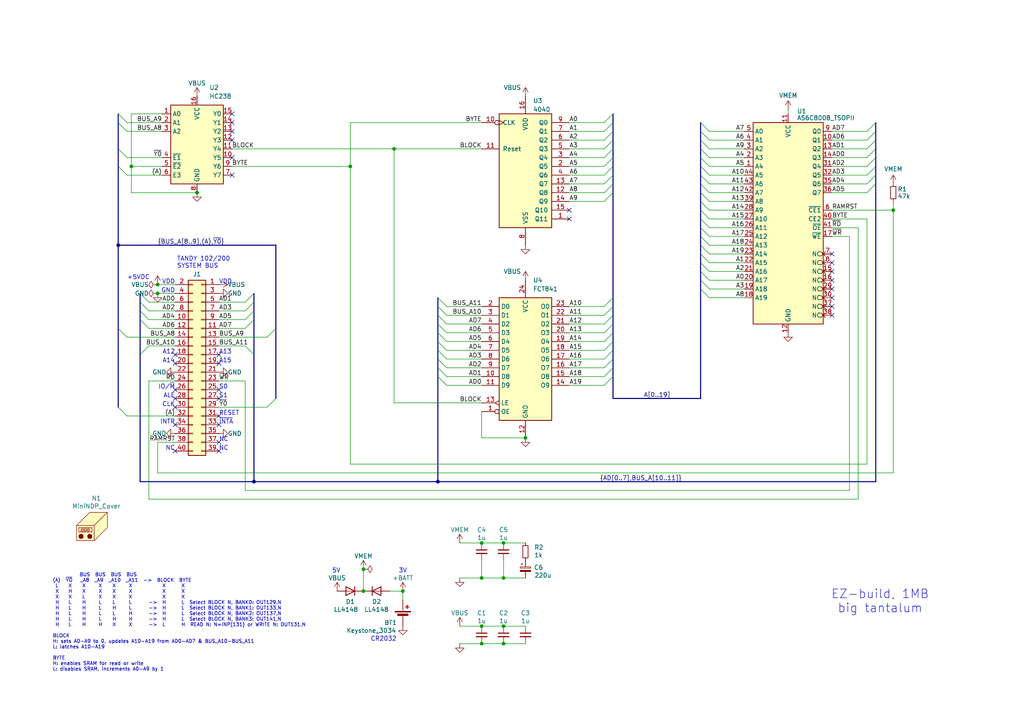
<source format=kicad_sch>
(kicad_sch (version 20231120) (generator "eeschema") (generator_version "8.0")
  (paper "A4")
  (title_block (title "MiniNDP") (date "2024-12-23") (rev "EZ1M_03") (company "Brian K. White - b.kenyon.w@gmail.com") (comment 1 "github.com/bkw777/NODE_DATAPAC") (comment 2 "Use with RAM100.CO or RAM200.CO") (comment 3 "Work-alike of NODE Systems DATAPAC / RAMPAC"))
  (lib_symbols
    (symbol "000_LOCAL:4040" (pin_names (offset 1.016))
      (property "Reference" "U" (at -7.62 16.51 0))
      (property "Value" "4040" (at -7.62 -19.05 0))
      (symbol "4040_1_0"
        (pin output line (at 12.7 -15.24 180) (length 5.08) (name "Q11") (number "1"))
        (pin input inverted_clock (at -12.7 12.7 0) (length 5.08) (name "CLK") (number "10"))
        (pin input line (at -12.7 5.08 0) (length 5.08) (name "Reset") (number "11"))
        (pin output line (at 12.7 -7.62 180) (length 5.08) (name "Q8") (number "12"))
        (pin output line (at 12.7 -5.08 180) (length 5.08) (name "Q7") (number "13"))
        (pin output line (at 12.7 -10.16 180) (length 5.08) (name "Q9") (number "14"))
        (pin output line (at 12.7 -12.7 180) (length 5.08) (name "Q10") (number "15"))
        (pin power_in line (at 0 20.32 270) (length 5.08) (name "VDD") (number "16"))
        (pin output line (at 12.7 0 180) (length 5.08) (name "Q5") (number "2"))
        (pin output line (at 12.7 2.54 180) (length 5.08) (name "Q4") (number "3"))
        (pin output line (at 12.7 -2.54 180) (length 5.08) (name "Q6") (number "4"))
        (pin output line (at 12.7 5.08 180) (length 5.08) (name "Q3") (number "5"))
        (pin output line (at 12.7 7.62 180) (length 5.08) (name "Q2") (number "6"))
        (pin output line (at 12.7 10.16 180) (length 5.08) (name "Q1") (number "7"))
        (pin power_in line (at 0 -22.86 90) (length 5.08) (name "VSS") (number "8"))
        (pin output line (at 12.7 12.7 180) (length 5.08) (name "Q0") (number "9"))
      )
    )
    (symbol "000_LOCAL:AS6C8008_TSOPII"
      (property "Reference" "U" (at -10.16 23.495 0))
      (property "Value" "AS6C8008_TSOPII" (at 2.54 23.495 0))
      (symbol "AS6C8008_TSOPII_1_0"
        (pin power_in line (at 0 25.4 270) (length 2.54) (name "VCC") (number "11"))
        (pin power_in line (at 0 -38.1 90) (length 2.54) (name "GND") (number "12"))
        (pin passive line (at 0 25.4 270) (length 2.54) hide (name "VCC") (number "33"))
        (pin passive line (at 0 -38.1 90) (length 2.54) hide (name "GND") (number "34"))
      )
      (symbol "AS6C8008_TSOPII_1_1"
        (pin input line (at -12.7 10.16 0) (length 2.54) (name "A4") (number "1"))
        (pin tri_state line (at 12.7 17.78 180) (length 2.54) (name "Q1") (number "10"))
        (pin tri_state line (at 12.7 15.24 180) (length 2.54) (name "Q2") (number "13"))
        (pin tri_state line (at 12.7 12.7 180) (length 2.54) (name "Q3") (number "14"))
        (pin passive non_logic (at 12.7 -20.32 180) (length 2.54) (name "NC") (number "15"))
        (pin passive non_logic (at 12.7 -22.86 180) (length 2.54) (name "NC") (number "16"))
        (pin input line (at 12.7 -10.16 180) (length 2.54) (name "~{WE}") (number "17"))
        (pin input line (at -12.7 -27.94 0) (length 2.54) (name "A19") (number "18"))
        (pin input line (at -12.7 -25.4 0) (length 2.54) (name "A18") (number "19"))
        (pin input line (at -12.7 12.7 0) (length 2.54) (name "A3") (number "2"))
        (pin input line (at -12.7 -22.86 0) (length 2.54) (name "A17") (number "20"))
        (pin input line (at -12.7 -20.32 0) (length 2.54) (name "A16") (number "21"))
        (pin input line (at -12.7 -17.78 0) (length 2.54) (name "A15") (number "22"))
        (pin input line (at -12.7 -15.24 0) (length 2.54) (name "A14") (number "23"))
        (pin input line (at -12.7 -12.7 0) (length 2.54) (name "A13") (number "24"))
        (pin input line (at -12.7 -10.16 0) (length 2.54) (name "A12") (number "25"))
        (pin input line (at -12.7 -7.62 0) (length 2.54) (name "A11") (number "26"))
        (pin input line (at -12.7 -5.08 0) (length 2.54) (name "A10") (number "27"))
        (pin input line (at -12.7 -2.54 0) (length 2.54) (name "A9") (number "28"))
        (pin passive non_logic (at 12.7 -25.4 180) (length 2.54) (name "NC") (number "29"))
        (pin input line (at -12.7 15.24 0) (length 2.54) (name "A2") (number "3"))
        (pin passive non_logic (at 12.7 -27.94 180) (length 2.54) (name "NC") (number "30"))
        (pin tri_state line (at 12.7 10.16 180) (length 2.54) (name "Q4") (number "31"))
        (pin tri_state line (at 12.7 7.62 180) (length 2.54) (name "Q5") (number "32"))
        (pin tri_state line (at 12.7 5.08 180) (length 2.54) (name "Q6") (number "35"))
        (pin tri_state line (at 12.7 2.54 180) (length 2.54) (name "Q7") (number "36"))
        (pin passive non_logic (at 12.7 -30.48 180) (length 2.54) (name "NC") (number "37"))
        (pin passive non_logic (at 12.7 -33.02 180) (length 2.54) (name "NC") (number "38"))
        (pin input line (at -12.7 0 0) (length 2.54) (name "A8") (number "39"))
        (pin input line (at -12.7 17.78 0) (length 2.54) (name "A1") (number "4"))
        (pin input line (at 12.7 -5.08 180) (length 2.54) (name "CE2") (number "40"))
        (pin input line (at 12.7 -7.62 180) (length 2.54) (name "~{OE}") (number "41"))
        (pin input line (at -12.7 2.54 0) (length 2.54) (name "A7") (number "42"))
        (pin input line (at -12.7 5.08 0) (length 2.54) (name "A6") (number "43"))
        (pin input line (at -12.7 7.62 0) (length 2.54) (name "A5") (number "44"))
        (pin input line (at -12.7 20.32 0) (length 2.54) (name "A0") (number "5"))
        (pin input line (at 12.7 -2.54 180) (length 2.54) (name "~{CE1}") (number "6"))
        (pin passive non_logic (at 12.7 -15.24 180) (length 2.54) (name "NC") (number "7"))
        (pin passive non_logic (at 12.7 -17.78 180) (length 2.54) (name "NC") (number "8"))
        (pin tri_state line (at 12.7 20.32 180) (length 2.54) (name "Q0") (number "9"))
      )
    )
    (symbol "000_LOCAL:Battery_Cell" (pin_numbers hide) (pin_names (offset 0) hide)
      (property "Reference" "BT" (at 2.54 2.54 0))
      (property "Value" "Battery_Cell" (at 2.54 0 0))
      (symbol "Battery_Cell_1_1"
        (pin passive line (at 0 5.08 270) (length 2.54) (name "+") (number "1"))
        (pin passive line (at 0 -2.54 90) (length 2.54) (name "-") (number "2"))
      )
    )
    (symbol "000_LOCAL:C" (pin_numbers hide) (pin_names (offset 0.254) hide)
      (property "Reference" "C" (at 0.254 1.778 0))
      (property "Value" "C" (at 0.254 -2.032 0))
      (symbol "C_1_1"
        (pin passive line (at 0 2.54 270) (length 2.032) (name "~") (number "1"))
        (pin passive line (at 0 -2.54 90) (length 2.032) (name "~") (number "2"))
      )
    )
    (symbol "000_LOCAL:C_Polarized" (pin_numbers hide) (pin_names (offset 0.254) hide)
      (property "Reference" "C" (at 0.254 1.778 0))
      (property "Value" "C_Polarized_Small" (at 0.254 -2.032 0))
      (symbol "C_Polarized_1_1"
        (pin passive line (at 0 2.54 270) (length 1.8542) (name "~") (number "1"))
        (pin passive line (at 0 -2.54 90) (length 1.8542) (name "~") (number "2"))
      )
    )
    (symbol "000_LOCAL:Conn_02x20_Odd_Even" (pin_names (offset 1.016) hide)
      (property "Reference" "J" (at 1.27 25.4 0))
      (property "Value" "Conn_02x20_Odd_Even" (at 1.27 -27.94 0))
      (symbol "Conn_02x20_Odd_Even_1_1"
        (pin passive line (at -5.08 22.86 0) (length 3.81) (name "Pin_1") (number "1"))
        (pin passive line (at 7.62 12.7 180) (length 3.81) (name "Pin_10") (number "10"))
        (pin passive line (at -5.08 10.16 0) (length 3.81) (name "Pin_11") (number "11"))
        (pin passive line (at 7.62 10.16 180) (length 3.81) (name "Pin_12") (number "12"))
        (pin passive line (at -5.08 7.62 0) (length 3.81) (name "Pin_13") (number "13"))
        (pin passive line (at 7.62 7.62 180) (length 3.81) (name "Pin_14") (number "14"))
        (pin passive line (at -5.08 5.08 0) (length 3.81) (name "Pin_15") (number "15"))
        (pin passive line (at 7.62 5.08 180) (length 3.81) (name "Pin_16") (number "16"))
        (pin passive line (at -5.08 2.54 0) (length 3.81) (name "Pin_17") (number "17"))
        (pin passive line (at 7.62 2.54 180) (length 3.81) (name "Pin_18") (number "18"))
        (pin passive line (at -5.08 0 0) (length 3.81) (name "Pin_19") (number "19"))
        (pin passive line (at 7.62 22.86 180) (length 3.81) (name "Pin_2") (number "2"))
        (pin passive line (at 7.62 0 180) (length 3.81) (name "Pin_20") (number "20"))
        (pin passive line (at -5.08 -2.54 0) (length 3.81) (name "Pin_21") (number "21"))
        (pin passive line (at 7.62 -2.54 180) (length 3.81) (name "Pin_22") (number "22"))
        (pin passive line (at -5.08 -5.08 0) (length 3.81) (name "Pin_23") (number "23"))
        (pin passive line (at 7.62 -5.08 180) (length 3.81) (name "Pin_24") (number "24"))
        (pin passive line (at -5.08 -7.62 0) (length 3.81) (name "Pin_25") (number "25"))
        (pin passive line (at 7.62 -7.62 180) (length 3.81) (name "Pin_26") (number "26"))
        (pin passive line (at -5.08 -10.16 0) (length 3.81) (name "Pin_27") (number "27"))
        (pin passive line (at 7.62 -10.16 180) (length 3.81) (name "Pin_28") (number "28"))
        (pin passive line (at -5.08 -12.7 0) (length 3.81) (name "Pin_29") (number "29"))
        (pin passive line (at -5.08 20.32 0) (length 3.81) (name "Pin_3") (number "3"))
        (pin passive line (at 7.62 -12.7 180) (length 3.81) (name "Pin_30") (number "30"))
        (pin passive line (at -5.08 -15.24 0) (length 3.81) (name "Pin_31") (number "31"))
        (pin passive line (at 7.62 -15.24 180) (length 3.81) (name "Pin_32") (number "32"))
        (pin passive line (at -5.08 -17.78 0) (length 3.81) (name "Pin_33") (number "33"))
        (pin passive line (at 7.62 -17.78 180) (length 3.81) (name "Pin_34") (number "34"))
        (pin passive line (at -5.08 -20.32 0) (length 3.81) (name "Pin_35") (number "35"))
        (pin passive line (at 7.62 -20.32 180) (length 3.81) (name "Pin_36") (number "36"))
        (pin passive line (at -5.08 -22.86 0) (length 3.81) (name "Pin_37") (number "37"))
        (pin passive line (at 7.62 -22.86 180) (length 3.81) (name "Pin_38") (number "38"))
        (pin passive line (at -5.08 -25.4 0) (length 3.81) (name "Pin_39") (number "39"))
        (pin passive line (at 7.62 20.32 180) (length 3.81) (name "Pin_4") (number "4"))
        (pin passive line (at 7.62 -25.4 180) (length 3.81) (name "Pin_40") (number "40"))
        (pin passive line (at -5.08 17.78 0) (length 3.81) (name "Pin_5") (number "5"))
        (pin passive line (at 7.62 17.78 180) (length 3.81) (name "Pin_6") (number "6"))
        (pin passive line (at -5.08 15.24 0) (length 3.81) (name "Pin_7") (number "7"))
        (pin passive line (at 7.62 15.24 180) (length 3.81) (name "Pin_8") (number "8"))
        (pin passive line (at -5.08 12.7 0) (length 3.81) (name "Pin_9") (number "9"))
      )
    )
    (symbol "000_LOCAL:FCT841"
      (property "Reference" "U" (at -6.604 17.526 0))
      (property "Value" "FCT841" (at 5.334 17.526 0))
      (symbol "FCT841_1_0"
        (pin input inverted (at -12.7 -17.78 0) (length 5.08) (name "OE") (number "1"))
        (pin input line (at -12.7 -7.62 0) (length 5.08) (name "D8") (number "10"))
        (pin input line (at -12.7 -10.16 0) (length 5.08) (name "D9") (number "11"))
        (pin power_in line (at 0 -25.4 90) (length 5.08) (name "GND") (number "12"))
        (pin input edge_clock_high (at -12.7 -15.24 0) (length 5.08) (name "LE") (number "13"))
        (pin tri_state line (at 12.7 -10.16 180) (length 5.08) (name "O9") (number "14"))
        (pin tri_state line (at 12.7 -7.62 180) (length 5.08) (name "O8") (number "15"))
        (pin tri_state line (at 12.7 -5.08 180) (length 5.08) (name "O7") (number "16"))
        (pin tri_state line (at 12.7 -2.54 180) (length 5.08) (name "O6") (number "17"))
        (pin tri_state line (at 12.7 0 180) (length 5.08) (name "O5") (number "18"))
        (pin tri_state line (at 12.7 2.54 180) (length 5.08) (name "O4") (number "19"))
        (pin input line (at -12.7 12.7 0) (length 5.08) (name "D0") (number "2"))
        (pin tri_state line (at 12.7 5.08 180) (length 5.08) (name "O3") (number "20"))
        (pin tri_state line (at 12.7 7.62 180) (length 5.08) (name "O2") (number "21"))
        (pin tri_state line (at 12.7 10.16 180) (length 5.08) (name "O1") (number "22"))
        (pin tri_state line (at 12.7 12.7 180) (length 5.08) (name "O0") (number "23"))
        (pin power_in line (at 0 20.32 270) (length 5.08) (name "VCC") (number "24"))
        (pin input line (at -12.7 10.16 0) (length 5.08) (name "D1") (number "3"))
        (pin input line (at -12.7 7.62 0) (length 5.08) (name "D2") (number "4"))
        (pin input line (at -12.7 5.08 0) (length 5.08) (name "D3") (number "5"))
        (pin input line (at -12.7 2.54 0) (length 5.08) (name "D4") (number "6"))
        (pin input line (at -12.7 0 0) (length 5.08) (name "D5") (number "7"))
        (pin input line (at -12.7 -2.54 0) (length 5.08) (name "D6") (number "8"))
        (pin input line (at -12.7 -5.08 0) (length 5.08) (name "D7") (number "9"))
      )
    )
    (symbol "000_LOCAL:HC238"
      (property "Reference" "U" (at -7.62 13.97 0))
      (property "Value" "HC238" (at 2.54 -11.43 0))
      (symbol "HC238_1_1"
        (pin input line (at -10.16 10.16 0) (length 2.54) (name "A0") (number "1"))
        (pin output line (at 10.16 -2.54 180) (length 2.54) (name "Y5") (number "10"))
        (pin output line (at 10.16 0 180) (length 2.54) (name "Y4") (number "11"))
        (pin output line (at 10.16 2.54 180) (length 2.54) (name "Y3") (number "12"))
        (pin output line (at 10.16 5.08 180) (length 2.54) (name "Y2") (number "13"))
        (pin output line (at 10.16 7.62 180) (length 2.54) (name "Y1") (number "14"))
        (pin output line (at 10.16 10.16 180) (length 2.54) (name "Y0") (number "15"))
        (pin power_in line (at 0 15.24 270) (length 2.54) (name "VCC") (number "16"))
        (pin input line (at -10.16 7.62 0) (length 2.54) (name "A1") (number "2"))
        (pin input line (at -10.16 5.08 0) (length 2.54) (name "A2") (number "3"))
        (pin input line (at -10.16 -2.54 0) (length 2.54) (name "~{E1}") (number "4"))
        (pin input line (at -10.16 -5.08 0) (length 2.54) (name "~{E2}") (number "5"))
        (pin input line (at -10.16 -7.62 0) (length 2.54) (name "E3") (number "6"))
        (pin output line (at 10.16 -7.62 180) (length 2.54) (name "Y7") (number "7"))
        (pin power_in line (at 0 -12.7 90) (length 2.54) (name "GND") (number "8"))
        (pin output line (at 10.16 -5.08 180) (length 2.54) (name "Y6") (number "9"))
      )
    )
    (symbol "000_LOCAL:Housing" (pin_names (offset 1.016)) (exclude_from_sim yes)
      (property "Reference" "N" (at 3.81 0 0))
      (property "Value" "Housing" (at 3.81 -1.905 0))
    )
    (symbol "000_LOCAL:LL4148" (pin_numbers hide) (pin_names hide)
      (property "Reference" "D" (at 0 2.54 0))
      (property "Value" "LL4148" (at 0 -2.54 0))
      (symbol "LL4148_1_1"
        (pin passive line (at -3.81 0 0) (length 2.54) (name "K") (number "1"))
        (pin passive line (at 3.81 0 180) (length 2.54) (name "A") (number "2"))
      )
    )
    (symbol "000_LOCAL:R" (pin_numbers hide) (pin_names (offset 0.254) hide)
      (property "Reference" "R" (at 0.762 0.508 0))
      (property "Value" "R_Small" (at 0.762 -1.016 0))
      (symbol "R_1_1"
        (pin passive line (at 0 2.54 270) (length 0.762) (name "~") (number "1"))
        (pin passive line (at 0 -2.54 90) (length 0.762) (name "~") (number "2"))
      )
    )
    (symbol "power:+BATT" (power) (pin_numbers hide) (pin_names (offset 0) hide)
      (property "Value" "+BATT" (at 0 3.556 0))
      (symbol "+BATT_1_1"
        (pin power_in line (at 0 0 90) (length 0) (name "~") (number "1"))
      )
    )
    (symbol "power:GND" (power) (pin_numbers hide) (pin_names (offset 0) hide)
      (property "Value" "GND" (at 0 -3.81 0))
      (symbol "GND_1_1"
        (pin power_in line (at 0 0 270) (length 0) (name "~") (number "1"))
      )
    )
    (symbol "power:PWR_FLAG" (power) (pin_numbers hide) (pin_names (offset 0) hide)
      (property "Value" "PWR_FLAG" (at 0 3.81 0))
      (symbol "PWR_FLAG_0_0"
        (pin power_out line (at 0 0 90) (length 0) (name "~") (number "1"))
      )
    )
    (symbol "power:VBUS" (power) (pin_numbers hide) (pin_names (offset 0) hide)
      (property "Value" "VBUS" (at 0 3.556 0))
      (symbol "VBUS_1_1"
        (pin power_in line (at 0 0 90) (length 0) (name "~") (number "1"))
      )
    )
    (symbol "power:VMEM" (power) (pin_numbers hide) (pin_names (offset 0) hide)
      (property "Value" "VMEM" (at 0 3.556 0))
      (symbol "VMEM_1_1"
        (pin power_in line (at 0 0 90) (length 0) (name "~") (number "1"))
      )
    )
  )
  (junction (at 139.7 181.61))
  (junction (at 38.1 48.26))
  (junction (at 45.72 82.55))
  (junction (at 114.3 43.18))
  (junction (at 101.6 48.26))
  (junction (at 139.7 157.48))
  (junction (at 45.72 85.09))
  (junction (at 73.66 139.7))
  (junction (at 152.4 127))
  (junction (at 146.05 181.61))
  (junction (at 105.41 165.1))
  (junction (at 139.7 186.69))
  (junction (at 57.15 55.88))
  (junction (at 116.84 171.45))
  (junction (at 259.08 60.96))
  (junction (at 139.7 167.64))
  (junction (at 105.41 171.45))
  (junction (at 34.29 71.12))
  (junction (at 146.05 186.69))
  (junction (at 127 139.7))
  (junction (at 146.05 167.64))
  (junction (at 146.05 157.48))
  (no_connect (at 63.5 120.65))
  (no_connect (at 67.31 40.64))
  (no_connect (at 63.5 105.41))
  (no_connect (at 241.3 73.66))
  (no_connect (at 241.3 91.44))
  (no_connect (at 50.8 130.81))
  (no_connect (at 63.5 113.03))
  (no_connect (at 241.3 83.82))
  (no_connect (at 63.5 130.81))
  (no_connect (at 67.31 50.8))
  (no_connect (at 241.3 88.9))
  (no_connect (at 241.3 86.36))
  (no_connect (at 50.8 113.03))
  (no_connect (at 165.1 63.5))
  (no_connect (at 50.8 102.87))
  (no_connect (at 67.31 45.72))
  (no_connect (at 50.8 105.41))
  (no_connect (at 67.31 33.02))
  (no_connect (at 50.8 123.19))
  (no_connect (at 67.31 35.56))
  (no_connect (at 241.3 76.2))
  (no_connect (at 165.1 60.96))
  (no_connect (at 50.8 115.57))
  (no_connect (at 50.8 118.11))
  (no_connect (at 63.5 128.27))
  (no_connect (at 241.3 81.28))
  (no_connect (at 63.5 102.87))
  (no_connect (at 63.5 115.57))
  (no_connect (at 63.5 123.19))
  (no_connect (at 67.31 38.1))
  (no_connect (at 241.3 78.74))
  (bus_entry (at 175.26 58.42) (size 2.54 -2.54))
  (bus_entry (at 251.46 40.64) (size 2.54 -2.54))
  (bus_entry (at 43.18 92.71) (size -2.54 -2.54))
  (bus_entry (at 127 106.68) (size 2.54 2.54))
  (bus_entry (at 175.26 35.56) (size 2.54 -2.54))
  (bus_entry (at 205.74 48.26) (size -2.54 -2.54))
  (bus_entry (at 175.26 111.76) (size 2.54 -2.54))
  (bus_entry (at 40.64 102.87) (size 2.54 -2.54))
  (bus_entry (at 175.26 99.06) (size 2.54 -2.54))
  (bus_entry (at 127 109.22) (size 2.54 2.54))
  (bus_entry (at 205.74 50.8) (size -2.54 -2.54))
  (bus_entry (at 205.74 60.96) (size -2.54 -2.54))
  (bus_entry (at 175.26 101.6) (size 2.54 -2.54))
  (bus_entry (at 127 101.6) (size 2.54 2.54))
  (bus_entry (at 34.29 43.18) (size 2.54 2.54))
  (bus_entry (at 43.18 95.25) (size -2.54 -2.54))
  (bus_entry (at 205.74 73.66) (size -2.54 -2.54))
  (bus_entry (at 43.18 87.63) (size -2.54 -2.54))
  (bus_entry (at 34.29 33.02) (size 2.54 2.54))
  (bus_entry (at 205.74 55.88) (size -2.54 -2.54))
  (bus_entry (at 205.74 53.34) (size -2.54 -2.54))
  (bus_entry (at 205.74 45.72) (size -2.54 -2.54))
  (bus_entry (at 175.26 43.18) (size 2.54 -2.54))
  (bus_entry (at 205.74 58.42) (size -2.54 -2.54))
  (bus_entry (at 205.74 66.04) (size -2.54 -2.54))
  (bus_entry (at 71.12 87.63) (size 2.54 -2.54))
  (bus_entry (at 80.01 115.57) (size -2.54 2.54))
  (bus_entry (at 175.26 93.98) (size 2.54 -2.54))
  (bus_entry (at 205.74 81.28) (size -2.54 -2.54))
  (bus_entry (at 251.46 48.26) (size 2.54 -2.54))
  (bus_entry (at 175.26 104.14) (size 2.54 -2.54))
  (bus_entry (at 205.74 40.64) (size -2.54 -2.54))
  (bus_entry (at 80.01 95.25) (size -2.54 2.54))
  (bus_entry (at 251.46 50.8) (size 2.54 -2.54))
  (bus_entry (at 127 104.14) (size 2.54 2.54))
  (bus_entry (at 205.74 78.74) (size -2.54 -2.54))
  (bus_entry (at 34.29 35.56) (size 2.54 2.54))
  (bus_entry (at 175.26 40.64) (size 2.54 -2.54))
  (bus_entry (at 34.29 48.26) (size 2.54 2.54))
  (bus_entry (at 205.74 63.5) (size -2.54 -2.54))
  (bus_entry (at 251.46 55.88) (size 2.54 -2.54))
  (bus_entry (at 251.46 53.34) (size 2.54 -2.54))
  (bus_entry (at 43.18 90.17) (size -2.54 -2.54))
  (bus_entry (at 71.12 95.25) (size 2.54 -2.54))
  (bus_entry (at 175.26 50.8) (size 2.54 -2.54))
  (bus_entry (at 175.26 55.88) (size 2.54 -2.54))
  (bus_entry (at 127 88.9) (size 2.54 2.54))
  (bus_entry (at 175.26 91.44) (size 2.54 -2.54))
  (bus_entry (at 205.74 68.58) (size -2.54 -2.54))
  (bus_entry (at 251.46 43.18) (size 2.54 -2.54))
  (bus_entry (at 127 99.06) (size 2.54 2.54))
  (bus_entry (at 175.26 53.34) (size 2.54 -2.54))
  (bus_entry (at 251.46 38.1) (size 2.54 -2.54))
  (bus_entry (at 205.74 76.2) (size -2.54 -2.54))
  (bus_entry (at 205.74 86.36) (size -2.54 -2.54))
  (bus_entry (at 175.26 88.9) (size 2.54 -2.54))
  (bus_entry (at 205.74 71.12) (size -2.54 -2.54))
  (bus_entry (at 175.26 48.26) (size 2.54 -2.54))
  (bus_entry (at 175.26 38.1) (size 2.54 -2.54))
  (bus_entry (at 251.46 45.72) (size 2.54 -2.54))
  (bus_entry (at 34.29 95.25) (size 2.54 2.54))
  (bus_entry (at 127 96.52) (size 2.54 2.54))
  (bus_entry (at 205.74 83.82) (size -2.54 -2.54))
  (bus_entry (at 127 86.36) (size 2.54 2.54))
  (bus_entry (at 73.66 102.87) (size -2.54 -2.54))
  (bus_entry (at 175.26 96.52) (size 2.54 -2.54))
  (bus_entry (at 205.74 38.1) (size -2.54 -2.54))
  (bus_entry (at 71.12 90.17) (size 2.54 -2.54))
  (bus_entry (at 175.26 109.22) (size 2.54 -2.54))
  (bus_entry (at 127 91.44) (size 2.54 2.54))
  (bus_entry (at 127 93.98) (size 2.54 2.54))
  (bus_entry (at 205.74 43.18) (size -2.54 -2.54))
  (bus_entry (at 175.26 106.68) (size 2.54 -2.54))
  (bus_entry (at 36.83 120.65) (size -2.54 -2.54))
  (bus_entry (at 175.26 45.72) (size 2.54 -2.54))
  (bus_entry (at 71.12 92.71) (size 2.54 -2.54))
  (wire (pts (xy 251.46 63.5) (xy 251.46 134.62)))
  (bus (pts (xy 127 101.6) (xy 127 104.14)))
  (wire (pts (xy 129.54 88.9) (xy 139.7 88.9)))
  (wire (pts (xy 139.7 167.64) (xy 146.05 167.64)))
  (bus (pts (xy 203.2 71.12) (xy 203.2 73.66)))
  (wire (pts (xy 146.05 162.56) (xy 146.05 167.64)))
  (wire (pts (xy 101.6 134.62) (xy 251.46 134.62)))
  (wire (pts (xy 101.6 35.56) (xy 101.6 48.26)))
  (wire (pts (xy 101.6 35.56) (xy 139.7 35.56)))
  (wire (pts (xy 45.72 128.27) (xy 45.72 137.16)))
  (wire (pts (xy 205.74 58.42) (xy 215.9 58.42)))
  (wire (pts (xy 241.3 55.88) (xy 251.46 55.88)))
  (wire (pts (xy 165.1 55.88) (xy 175.26 55.88)))
  (bus (pts (xy 203.2 81.28) (xy 203.2 78.74)))
  (wire (pts (xy 114.3 116.84) (xy 139.7 116.84)))
  (wire (pts (xy 129.54 104.14) (xy 139.7 104.14)))
  (wire (pts (xy 139.7 119.38) (xy 139.7 127)))
  (wire (pts (xy 205.74 43.18) (xy 215.9 43.18)))
  (wire (pts (xy 165.1 96.52) (xy 175.26 96.52)))
  (bus (pts (xy 203.2 55.88) (xy 203.2 58.42)))
  (bus (pts (xy 203.2 115.57) (xy 203.2 83.82)))
  (wire (pts (xy 36.83 45.72) (xy 46.99 45.72)))
  (wire (pts (xy 43.18 95.25) (xy 50.8 95.25)))
  (bus (pts (xy 80.01 71.12) (xy 80.01 95.25)))
  (wire (pts (xy 259.08 58.42) (xy 259.08 60.96)))
  (wire (pts (xy 36.83 97.79) (xy 50.8 97.79)))
  (bus (pts (xy 203.2 38.1) (xy 203.2 40.64)))
  (wire (pts (xy 114.3 43.18) (xy 114.3 116.84)))
  (bus (pts (xy 177.8 104.14) (xy 177.8 106.68)))
  (bus (pts (xy 40.64 87.63) (xy 40.64 90.17)))
  (wire (pts (xy 116.84 173.99) (xy 116.84 171.45)))
  (wire (pts (xy 133.35 167.64) (xy 139.7 167.64)))
  (bus (pts (xy 177.8 33.02) (xy 177.8 35.56)))
  (wire (pts (xy 205.74 63.5) (xy 215.9 63.5)))
  (wire (pts (xy 38.1 48.26) (xy 38.1 55.88)))
  (wire (pts (xy 67.31 48.26) (xy 101.6 48.26)))
  (wire (pts (xy 38.1 33.02) (xy 38.1 48.26)))
  (wire (pts (xy 43.18 87.63) (xy 50.8 87.63)))
  (wire (pts (xy 129.54 111.76) (xy 139.7 111.76)))
  (bus (pts (xy 177.8 115.57) (xy 203.2 115.57)))
  (wire (pts (xy 63.5 97.79) (xy 77.47 97.79)))
  (bus (pts (xy 177.8 40.64) (xy 177.8 43.18)))
  (bus (pts (xy 254 45.72) (xy 254 48.26)))
  (wire (pts (xy 241.3 50.8) (xy 251.46 50.8)))
  (bus (pts (xy 177.8 96.52) (xy 177.8 99.06)))
  (wire (pts (xy 116.84 171.45) (xy 113.03 171.45)))
  (wire (pts (xy 165.1 109.22) (xy 175.26 109.22)))
  (wire (pts (xy 205.74 53.34) (xy 215.9 53.34)))
  (bus (pts (xy 203.2 35.56) (xy 203.2 38.1)))
  (wire (pts (xy 165.1 88.9) (xy 175.26 88.9)))
  (bus (pts (xy 73.66 102.87) (xy 73.66 139.7)))
  (bus (pts (xy 73.66 139.7) (xy 127 139.7)))
  (wire (pts (xy 205.74 40.64) (xy 215.9 40.64)))
  (wire (pts (xy 165.1 106.68) (xy 175.26 106.68)))
  (bus (pts (xy 203.2 53.34) (xy 203.2 55.88)))
  (wire (pts (xy 165.1 99.06) (xy 175.26 99.06)))
  (wire (pts (xy 205.74 66.04) (xy 215.9 66.04)))
  (wire (pts (xy 146.05 186.69) (xy 152.4 186.69)))
  (bus (pts (xy 203.2 50.8) (xy 203.2 53.34)))
  (wire (pts (xy 205.74 76.2) (xy 215.9 76.2)))
  (wire (pts (xy 45.72 82.55) (xy 50.8 82.55)))
  (wire (pts (xy 246.38 68.58) (xy 246.38 142.24)))
  (wire (pts (xy 71.12 110.49) (xy 71.12 142.24)))
  (bus (pts (xy 40.64 102.87) (xy 40.64 139.7)))
  (wire (pts (xy 205.74 45.72) (xy 215.9 45.72)))
  (bus (pts (xy 203.2 45.72) (xy 203.2 48.26)))
  (wire (pts (xy 129.54 101.6) (xy 139.7 101.6)))
  (bus (pts (xy 254 48.26) (xy 254 50.8)))
  (wire (pts (xy 241.3 45.72) (xy 251.46 45.72)))
  (bus (pts (xy 203.2 58.42) (xy 203.2 60.96)))
  (wire (pts (xy 63.5 87.63) (xy 71.12 87.63)))
  (wire (pts (xy 165.1 58.42) (xy 175.26 58.42)))
  (wire (pts (xy 43.18 92.71) (xy 50.8 92.71)))
  (bus (pts (xy 34.29 95.25) (xy 34.29 118.11)))
  (bus (pts (xy 177.8 93.98) (xy 177.8 96.52)))
  (bus (pts (xy 254 40.64) (xy 254 43.18)))
  (bus (pts (xy 177.8 88.9) (xy 177.8 91.44)))
  (bus (pts (xy 177.8 99.06) (xy 177.8 101.6)))
  (wire (pts (xy 165.1 101.6) (xy 175.26 101.6)))
  (wire (pts (xy 205.74 73.66) (xy 215.9 73.66)))
  (bus (pts (xy 127 99.06) (xy 127 101.6)))
  (wire (pts (xy 259.08 60.96) (xy 259.08 137.16)))
  (wire (pts (xy 165.1 48.26) (xy 175.26 48.26)))
  (wire (pts (xy 165.1 35.56) (xy 175.26 35.56)))
  (bus (pts (xy 177.8 91.44) (xy 177.8 93.98)))
  (bus (pts (xy 80.01 95.25) (xy 80.01 115.57)))
  (wire (pts (xy 165.1 111.76) (xy 175.26 111.76)))
  (bus (pts (xy 127 139.7) (xy 254 139.7)))
  (wire (pts (xy 241.3 68.58) (xy 246.38 68.58)))
  (wire (pts (xy 139.7 181.61) (xy 146.05 181.61)))
  (wire (pts (xy 129.54 91.44) (xy 139.7 91.44)))
  (bus (pts (xy 40.64 92.71) (xy 40.64 102.87)))
  (wire (pts (xy 139.7 157.48) (xy 146.05 157.48)))
  (bus (pts (xy 177.8 50.8) (xy 177.8 53.34)))
  (bus (pts (xy 177.8 48.26) (xy 177.8 50.8)))
  (wire (pts (xy 146.05 181.61) (xy 152.4 181.61)))
  (wire (pts (xy 63.5 110.49) (xy 71.12 110.49)))
  (bus (pts (xy 177.8 109.22) (xy 177.8 115.57)))
  (bus (pts (xy 177.8 45.72) (xy 177.8 48.26)))
  (wire (pts (xy 129.54 109.22) (xy 139.7 109.22)))
  (wire (pts (xy 205.74 38.1) (xy 215.9 38.1)))
  (wire (pts (xy 133.35 157.48) (xy 139.7 157.48)))
  (wire (pts (xy 165.1 91.44) (xy 175.26 91.44)))
  (wire (pts (xy 45.72 85.09) (xy 50.8 85.09)))
  (bus (pts (xy 177.8 43.18) (xy 177.8 45.72)))
  (bus (pts (xy 127 86.36) (xy 127 88.9)))
  (bus (pts (xy 177.8 53.34) (xy 177.8 55.88)))
  (bus (pts (xy 254 38.1) (xy 254 40.64)))
  (wire (pts (xy 67.31 43.18) (xy 114.3 43.18)))
  (bus (pts (xy 34.29 35.56) (xy 34.29 43.18)))
  (bus (pts (xy 127 109.22) (xy 127 139.7)))
  (bus (pts (xy 254 50.8) (xy 254 53.34)))
  (bus (pts (xy 203.2 48.26) (xy 203.2 50.8)))
  (bus (pts (xy 73.66 87.63) (xy 73.66 90.17)))
  (bus (pts (xy 203.2 40.64) (xy 203.2 43.18)))
  (wire (pts (xy 139.7 162.56) (xy 139.7 167.64)))
  (bus (pts (xy 254 35.56) (xy 254 38.1)))
  (bus (pts (xy 203.2 60.96) (xy 203.2 63.5)))
  (bus (pts (xy 73.66 90.17) (xy 73.66 92.71)))
  (wire (pts (xy 241.3 48.26) (xy 251.46 48.26)))
  (wire (pts (xy 165.1 40.64) (xy 175.26 40.64)))
  (bus (pts (xy 203.2 73.66) (xy 203.2 76.2)))
  (wire (pts (xy 139.7 186.69) (xy 146.05 186.69)))
  (wire (pts (xy 129.54 96.52) (xy 139.7 96.52)))
  (wire (pts (xy 205.74 60.96) (xy 215.9 60.96)))
  (bus (pts (xy 203.2 66.04) (xy 203.2 68.58)))
  (bus (pts (xy 127 93.98) (xy 127 96.52)))
  (wire (pts (xy 228.6 31.75) (xy 228.6 33.02)))
  (wire (pts (xy 101.6 48.26) (xy 101.6 134.62)))
  (bus (pts (xy 40.64 90.17) (xy 40.64 92.71)))
  (wire (pts (xy 165.1 45.72) (xy 175.26 45.72)))
  (bus (pts (xy 254 53.34) (xy 254 139.7)))
  (wire (pts (xy 38.1 55.88) (xy 57.15 55.88)))
  (wire (pts (xy 63.5 90.17) (xy 71.12 90.17)))
  (bus (pts (xy 177.8 106.68) (xy 177.8 109.22)))
  (wire (pts (xy 241.3 38.1) (xy 251.46 38.1)))
  (wire (pts (xy 165.1 43.18) (xy 175.26 43.18)))
  (wire (pts (xy 165.1 104.14) (xy 175.26 104.14)))
  (wire (pts (xy 205.74 48.26) (xy 215.9 48.26)))
  (wire (pts (xy 133.35 186.69) (xy 139.7 186.69)))
  (wire (pts (xy 205.74 55.88) (xy 215.9 55.88)))
  (bus (pts (xy 34.29 33.02) (xy 34.29 35.56)))
  (bus (pts (xy 254 43.18) (xy 254 45.72)))
  (wire (pts (xy 241.3 53.34) (xy 251.46 53.34)))
  (bus (pts (xy 177.8 38.1) (xy 177.8 40.64)))
  (bus (pts (xy 73.66 85.09) (xy 73.66 87.63)))
  (wire (pts (xy 241.3 43.18) (xy 251.46 43.18)))
  (wire (pts (xy 129.54 99.06) (xy 139.7 99.06)))
  (bus (pts (xy 203.2 76.2) (xy 203.2 78.74)))
  (wire (pts (xy 205.74 83.82) (xy 215.9 83.82)))
  (wire (pts (xy 241.3 40.64) (xy 251.46 40.64)))
  (bus (pts (xy 127 104.14) (xy 127 106.68)))
  (bus (pts (xy 127 91.44) (xy 127 93.98)))
  (wire (pts (xy 205.74 78.74) (xy 215.9 78.74)))
  (wire (pts (xy 43.18 110.49) (xy 43.18 144.78)))
  (wire (pts (xy 43.18 90.17) (xy 50.8 90.17)))
  (bus (pts (xy 177.8 86.36) (xy 177.8 88.9)))
  (wire (pts (xy 105.41 165.1) (xy 105.41 171.45)))
  (wire (pts (xy 63.5 95.25) (xy 71.12 95.25)))
  (bus (pts (xy 177.8 35.56) (xy 177.8 38.1)))
  (bus (pts (xy 34.29 71.12) (xy 34.29 95.25)))
  (wire (pts (xy 38.1 33.02) (xy 46.99 33.02)))
  (wire (pts (xy 63.5 100.33) (xy 71.12 100.33)))
  (wire (pts (xy 50.8 110.49) (xy 43.18 110.49)))
  (wire (pts (xy 246.38 142.24) (xy 71.12 142.24)))
  (wire (pts (xy 63.5 92.71) (xy 71.12 92.71)))
  (wire (pts (xy 36.83 38.1) (xy 46.99 38.1)))
  (wire (pts (xy 205.74 86.36) (xy 215.9 86.36)))
  (bus (pts (xy 203.2 68.58) (xy 203.2 71.12)))
  (bus (pts (xy 34.29 71.12) (xy 80.01 71.12)))
  (wire (pts (xy 63.5 118.11) (xy 77.47 118.11)))
  (wire (pts (xy 38.1 48.26) (xy 46.99 48.26)))
  (wire (pts (xy 146.05 167.64) (xy 152.4 167.64)))
  (wire (pts (xy 129.54 93.98) (xy 139.7 93.98)))
  (wire (pts (xy 133.35 181.61) (xy 139.7 181.61)))
  (wire (pts (xy 205.74 81.28) (xy 215.9 81.28)))
  (bus (pts (xy 73.66 92.71) (xy 73.66 102.87)))
  (wire (pts (xy 45.72 128.27) (xy 50.8 128.27)))
  (bus (pts (xy 34.29 43.18) (xy 34.29 48.26)))
  (bus (pts (xy 177.8 55.88) (xy 177.8 86.36)))
  (wire (pts (xy 139.7 127) (xy 152.4 127)))
  (bus (pts (xy 127 96.52) (xy 127 99.06)))
  (wire (pts (xy 114.3 43.18) (xy 139.7 43.18)))
  (wire (pts (xy 43.18 100.33) (xy 50.8 100.33)))
  (wire (pts (xy 205.74 50.8) (xy 215.9 50.8)))
  (wire (pts (xy 241.3 60.96) (xy 259.08 60.96)))
  (bus (pts (xy 203.2 83.82) (xy 203.2 81.28)))
  (wire (pts (xy 165.1 38.1) (xy 175.26 38.1)))
  (bus (pts (xy 203.2 63.5) (xy 203.2 66.04)))
  (wire (pts (xy 241.3 66.04) (xy 248.92 66.04)))
  (bus (pts (xy 34.29 48.26) (xy 34.29 71.12)))
  (bus (pts (xy 203.2 43.18) (xy 203.2 45.72)))
  (wire (pts (xy 36.83 50.8) (xy 46.99 50.8)))
  (wire (pts (xy 241.3 63.5) (xy 251.46 63.5)))
  (wire (pts (xy 129.54 106.68) (xy 139.7 106.68)))
  (wire (pts (xy 248.92 144.78) (xy 248.92 66.04)))
  (wire (pts (xy 36.83 120.65) (xy 50.8 120.65)))
  (bus (pts (xy 40.64 85.09) (xy 40.64 87.63)))
  (wire (pts (xy 205.74 68.58) (xy 215.9 68.58)))
  (wire (pts (xy 165.1 53.34) (xy 175.26 53.34)))
  (wire (pts (xy 36.83 35.56) (xy 46.99 35.56)))
  (bus (pts (xy 127 106.68) (xy 127 109.22)))
  (wire (pts (xy 165.1 93.98) (xy 175.26 93.98)))
  (wire (pts (xy 165.1 50.8) (xy 175.26 50.8)))
  (wire (pts (xy 45.72 137.16) (xy 259.08 137.16)))
  (wire (pts (xy 146.05 157.48) (xy 152.4 157.48)))
  (wire (pts (xy 205.74 71.12) (xy 215.9 71.12)))
  (bus (pts (xy 127 88.9) (xy 127 91.44)))
  (bus (pts (xy 40.64 139.7) (xy 73.66 139.7)))
  (bus (pts (xy 177.8 101.6) (xy 177.8 104.14)))
  (wire (pts (xy 43.18 144.78) (xy 248.92 144.78)))
  (text "TANDY 102/200\nSYSTEM BUS" (at 51.308 77.978 0) (effects (font (size 1.27 1.27)) (justify left bottom)))
  (text "+5VDC" (at 36.83 81.28 0) (effects (font (size 1.27 1.27)) (justify left bottom)))
  (text "A15" (at 63.5 105.41 0) (effects (font (size 1.27 1.27)) (justify left bottom)))
  (text "CR2032" (at 111.252 185.42 0) (effects (font (size 1.27 1.27))))
  (text "INTR" (at 50.8 123.19 0) (effects (font (size 1.27 1.27)) (justify right bottom)))
  (text "A14" (at 50.8 105.41 0) (effects (font (size 1.27 1.27)) (justify right bottom)))
  (text "ALE" (at 50.8 115.57 0) (effects (font (size 1.27 1.27)) (justify right bottom)))
  (text "S1" (at 63.5 115.57 0) (effects (font (size 1.27 1.27)) (justify left bottom)))
  (text "NC" (at 63.5 130.81 0) (effects (font (size 1.27 1.27)) (justify left bottom)))
  (text "NC" (at 63.5 128.27 0) (effects (font (size 1.27 1.27)) (justify left bottom)))
  (text "~{INTA}" (at 63.5 123.19 0) (effects (font (size 1.27 1.27)) (justify left bottom)))
  (text "CLK" (at 50.8 118.11 0) (effects (font (size 1.27 1.27)) (justify right bottom)))
  (text "GND" (at 50.8 85.09 0) (effects (font (size 1.27 1.27)) (justify right bottom)))
  (text "IO/~{M}" (at 50.8 113.03 0) (effects (font (size 1.27 1.27)) (justify right bottom)))
  (text "VDD" (at 50.8 82.55 0) (effects (font (size 1.27 1.27)) (justify right bottom)))
  (text "3V" (at 116.84 165.608 0) (effects (font (size 1.27 1.27))))
  (text "S0" (at 63.5 113.03 0) (effects (font (size 1.27 1.27)) (justify left bottom)))
  (text "		BUS  BUS  BUS  BUS\n(A)	~{YO}   _A8  _A9  _A10  _A11  ->  BLOCK  BYTE\n L	 X	 X	  X	  X	   X		X	  X\n X	 H	 X	  X	  X	   X		X	  X\n X	 X	 L	  X	  X	   X		X	  X\n H	 L	 H	  L	  L	   L	->  H	  L  Select BLOCK N, BANK0: OUT129,N\n H	 L	 H	  L	  H	   L	->  H	  L  Select BLOCK N, BANK1: OUT133,N\n H	 L	 H	  L	  L	   H	->  H	  L  Select BLOCK N, BANK2: OUT137,N\n H	 L	 H	  L	  H	   H	->  H	  L  Select BLOCK N, BANK3: OUT141,N\n H	 L	 H	  H	  X	   X	->  L	  H  READ N: N=INP(131) or WRITE N: OUT131,N\n\nBLOCK\nH: sets A0-A9 to 0, updates A10-A19 from AD0-AD7 & BUS_A10-BUS_A11\nL: latches A10-A19\n\nBYTE\nH: enables SRAM for read or write\nL: disables SRAM, increments A0-A9 by 1\n" (at 15.24 194.818 0) (effects (font (size 1 1)) (justify left bottom)))
  (text "RESET" (at 63.5 120.65 0) (effects (font (size 1.27 1.27)) (justify left bottom)))
  (text "NC" (at 50.8 130.81 0) (effects (font (size 1.27 1.27)) (justify right bottom)))
  (text "VDD" (at 63.5 82.55 0) (effects (font (size 1.27 1.27)) (justify left bottom)))
  (text "5V" (at 97.536 165.608 0) (effects (font (size 1.27 1.27))))
  (text "A13" (at 63.5 102.87 0) (effects (font (size 1.27 1.27)) (justify left bottom)))
  (text "A12" (at 50.8 102.87 0) (effects (font (size 1.27 1.27)) (justify right bottom)))
  (text "EZ-build, 1MB\nbig tantalum" (at 255.27 174.498 0) (effects (font (size 2.54 2.54))))
  (label "BUS_A8" (at 50.8 97.79 180))
  (label "~{RD}" (at 241.3 66.04 0))
  (label "A17" (at 165.1 106.68 0))
  (label "BUS_A11" (at 139.7 88.9 180))
  (label "AD3" (at 63.5 90.17 0))
  (label "A5" (at 165.1 48.26 0))
  (label "A1" (at 215.9 76.2 180))
  (label "A7" (at 215.9 38.1 180))
  (label "A2" (at 165.1 40.64 0))
  (label "AD5" (at 139.7 99.06 180))
  (label "A13" (at 215.9 58.42 180))
  (label "AD0" (at 241.3 45.72 0))
  (label "A1" (at 165.1 38.1 0))
  (label "A16" (at 215.9 66.04 180))
  (label "A11" (at 165.1 91.44 0))
  (label "AD6" (at 139.7 96.52 180))
  (label "~{Y0}" (at 46.99 45.72 180))
  (label "AD1" (at 63.5 87.63 0))
  (label "A6" (at 165.1 50.8 0))
  (label "A7" (at 165.1 53.34 0))
  (label "{AD[0..7],BUS_A[10..11]}" (at 173.99 139.7 0))
  (label "A9" (at 165.1 58.42 0))
  (label "AD5" (at 241.3 55.88 0))
  (label "A10" (at 165.1 88.9 0))
  (label "RAMRST" (at 50.8 128.27 180))
  (label "AD7" (at 63.5 95.25 0))
  (label "A0" (at 165.1 35.56 0))
  (label "AD2" (at 50.8 90.17 180))
  (label "~{Y0}" (at 63.5 118.11 0))
  (label "AD1" (at 241.3 43.18 0))
  (label "A12" (at 165.1 93.98 0))
  (label "A17" (at 215.9 68.58 180))
  (label "AD0" (at 139.7 111.76 180))
  (label "A3" (at 215.9 83.82 180))
  (label "A[0..19]" (at 186.69 115.57 0))
  (label "A8" (at 215.9 86.36 180))
  (label "(A)" (at 46.99 50.8 180))
  (label "A18" (at 215.9 71.12 180))
  (label "A18" (at 165.1 109.22 0))
  (label "RAMRST" (at 241.3 60.96 0))
  (label "AD6" (at 50.8 95.25 180))
  (label "A2" (at 215.9 78.74 180))
  (label "A15" (at 215.9 63.5 180))
  (label "BLOCK" (at 67.31 43.18 0))
  (label "A6" (at 215.9 40.64 180))
  (label "BUS_A11" (at 63.5 100.33 0))
  (label "A9" (at 215.9 43.18 180))
  (label "BYTE" (at 241.3 63.5 0))
  (label "AD4" (at 139.7 101.6 180))
  (label "AD7" (at 241.3 38.1 0))
  (label "AD4" (at 241.3 53.34 0))
  (label "AD2" (at 139.7 106.68 180))
  (label "A15" (at 165.1 101.6 0))
  (label "A13" (at 165.1 96.52 0))
  (label "BUS_A10" (at 139.7 91.44 180))
  (label "A8" (at 165.1 55.88 0))
  (label "BUS_A10" (at 50.8 100.33 180))
  (label "AD0" (at 50.8 87.63 180))
  (label "~{WR}" (at 241.3 68.58 0))
  (label "BYTE" (at 139.7 35.56 180))
  (label "A16" (at 165.1 104.14 0))
  (label "A4" (at 165.1 45.72 0))
  (label "AD3" (at 241.3 50.8 0))
  (label "{BUS_A[8..9],(A),~{Y0}}" (at 45.72 71.12 0))
  (label "A3" (at 165.1 43.18 0))
  (label "BUS_A9" (at 46.99 35.56 180))
  (label "AD4" (at 50.8 92.71 180))
  (label "A11" (at 215.9 53.34 180))
  (label "A12" (at 215.9 55.88 180))
  (label "A0" (at 215.9 81.28 180))
  (label "BLOCK" (at 139.7 116.84 180))
  (label "A14" (at 165.1 99.06 0))
  (label "A5" (at 215.9 48.26 180))
  (label "BUS_A8" (at 46.99 38.1 180))
  (label "AD2" (at 241.3 48.26 0))
  (label "AD7" (at 139.7 93.98 180))
  (label "A14" (at 215.9 60.96 180))
  (label "AD1" (at 139.7 109.22 180))
  (label "A19" (at 165.1 111.76 0))
  (label "A19" (at 215.9 73.66 180))
  (label "~{WR}" (at 63.5 110.49 0))
  (label "(A)" (at 50.8 120.65 180))
  (label "A10" (at 215.9 50.8 180))
  (label "BUS_A9" (at 63.5 97.79 0))
  (label "BLOCK" (at 139.7 43.18 180))
  (label "AD6" (at 241.3 40.64 0))
  (label "~{RD}" (at 50.8 110.49 180))
  (label "AD5" (at 63.5 92.71 0))
  (label "BYTE" (at 67.31 48.26 0))
  (label "A4" (at 215.9 45.72 180))
  (label "AD3" (at 139.7 104.14 180))
  (symbol (lib_id "000_LOCAL:AS6C8008_TSOPII") (at 228.6 58.42 0) (unit 1)
    (property "Reference" "U1" (at 231.14 32.258 0) (effects (justify left)))
    (property "Value" "AS6C8008_TSOPII" (at 231.14 34.925 0) (effects (justify left bottom)))
    (property "Footprint" "000_LOCAL:TSOP-II-44" (effects (hide yes)))
    (property "Datasheet" "datasheets/AS6C8008.pdf" (effects (hide yes)))
    (property "Description" "IC SRAM 1Mx8 PARALLEL 5v TSOP-II-44" (effects (hide yes)))
    (property "MPN" "AS6C8008-55ZIN" (effects (hide yes)))
  )
  (symbol (lib_id "000_LOCAL:LL4148") (at 109.22 171.45 0) (unit 1)
    (property "Reference" "D2" (at 109.22 174.498 0))
    (property "Value" "LL4148" (at 109.22 176.784 0))
    (property "Footprint" "000_LOCAL:D_MiniMELF" (effects (hide yes)))
    (property "Datasheet" "datasheets/ll4148.pdf" (effects (hide yes)))
    (property "Description" "50V 1A General Purpose Rectifier Diode" (effects (hide yes)))
    (property "MPN" "FDLL4148" (effects (hide yes)))
  )
  (symbol (lib_id "power:GND") (at 63.5 125.73 90) (unit 1)
    (property "Reference" "#PWR08" (effects (hide yes)))
    (property "Value" "GND" (at 66.04 125.73 90) (effects (justify right)))
    (property "Description" "Power symbol creates a global label with name \"GND\" , ground" (effects (hide yes)))
  )
  (symbol (lib_id "000_LOCAL:LL4148") (at 101.6 171.45 180) (unit 1)
    (property "Reference" "D1" (at 101.6 174.498 0))
    (property "Value" "LL4148" (at 100.33 176.784 0))
    (property "Footprint" "000_LOCAL:D_MiniMELF" (effects (hide yes)))
    (property "Datasheet" "datasheets/ll4148.pdf" (effects (hide yes)))
    (property "Description" "50V 1A General Purpose Rectifier Diode" (effects (hide yes)))
    (property "MPN" "FDLL4148" (effects (hide yes)))
  )
  (symbol (lib_id "000_LOCAL:HC238") (at 57.15 43.18 0) (unit 1)
    (property "Reference" "U2" (at 60.706 25.4 0) (effects (justify left)))
    (property "Value" "HC238" (at 60.706 27.94 0) (effects (justify left)))
    (property "Footprint" "000_LOCAL:SOIC-16_3.9x9.9mm_P1.27mm" (effects (hide yes)))
    (property "Datasheet" "datasheets/HC238.pdf" (effects (hide yes)))
    (property "Description" "IC DECODER/DEMUX 1 X 3:8 16SO" (effects (hide yes)))
    (property "MPN" "74HC238D,653" (effects (hide yes)))
  )
  (symbol (lib_id "power:VMEM") (at 105.41 165.1 0) (unit 1)
    (property "Reference" "#PWR010" (effects (hide yes)))
    (property "Value" "VMEM" (at 105.41 161.29 0))
    (property "Description" "Power symbol creates a global label with name \"VMEM\"" (effects (hide yes)))
  )
  (symbol (lib_id "power:VBUS") (at 45.72 82.55 0) (unit 1)
    (property "Reference" "#PWR01" (effects (hide yes)))
    (property "Value" "VBUS" (at 43.18 82.55 0) (effects (justify right)))
    (property "Description" "Power symbol creates a global label with name \"VBUS\"" (effects (hide yes)))
  )
  (symbol (lib_id "000_LOCAL:Battery_Cell") (at 116.84 179.07 0) (unit 1)
    (property "Reference" "BT1" (at 113.284 180.594 0))
    (property "Value" "Keystone_3034" (at 107.696 182.88 0))
    (property "Footprint" "000_LOCAL:Keystone_3028_3034" (effects (hide yes)))
    (property "Datasheet" "datasheets/Keystone_3034.pdf" (effects (hide yes)))
    (property "Description" "SMT 20mm x 3.2mm coin cell holder" (effects (hide yes)))
    (property "MPN" "Keystone 3034" (effects (hide yes)))
  )
  (symbol (lib_id "power:GND") (at 57.15 55.88 0) (unit 1)
    (property "Reference" "#PWR022" (effects (hide yes)))
    (property "Value" "GND" (effects (hide yes)))
    (property "Description" "Power symbol creates a global label with name \"GND\" , ground" (effects (hide yes)))
  )
  (symbol (lib_id "power:GND") (at 50.8 107.95 270) (unit 1)
    (property "Reference" "#PWR05" (effects (hide yes)))
    (property "Value" "GND" (at 48.26 107.95 90) (effects (justify right)))
    (property "Description" "Power symbol creates a global label with name \"GND\" , ground" (effects (hide yes)))
  )
  (symbol (lib_id "power:VMEM") (at 228.6 31.75 0) (unit 1)
    (property "Reference" "#PWR012" (effects (hide yes)))
    (property "Value" "VMEM" (at 228.6 27.686 0))
    (property "Description" "Power symbol creates a global label with name \"VMEM\"" (effects (hide yes)))
  )
  (symbol (lib_id "power:PWR_FLAG") (at 45.72 82.55 90) (unit 1)
    (property "Reference" "#FLG01" (effects (hide yes)))
    (property "Value" "PWR_FLAG" (effects (hide yes)))
    (property "Description" "Special symbol for telling ERC where power comes from" (effects (hide yes)))
  )
  (symbol (lib_id "000_LOCAL:R") (at 152.4 160.02 0) (unit 1)
    (property "Reference" "R2" (at 154.94 158.7499 0) (effects (justify left)))
    (property "Value" "1k" (at 154.94 161.036 0) (effects (justify left)))
    (property "Footprint" "000_LOCAL:R_0805" (effects (hide yes)))
    (property "Description" "Resistor, small symbol" (effects (hide yes)))
  )
  (symbol (lib_id "power:GND") (at 116.84 181.61 0) (unit 1)
    (property "Reference" "#PWR058" (effects (hide yes)))
    (property "Value" "GND" (effects (hide yes)))
    (property "Description" "Power symbol creates a global label with name \"GND\" , ground" (effects (hide yes)))
  )
  (symbol (lib_id "power:GND") (at 152.4 71.12 0) (unit 1)
    (property "Reference" "#PWR019" (effects (hide yes)))
    (property "Value" "GND" (effects (hide yes)))
    (property "Description" "Power symbol creates a global label with name \"GND\" , ground" (effects (hide yes)))
  )
  (symbol (lib_id "power:GND") (at 50.8 125.73 270) (unit 1)
    (property "Reference" "#PWR07" (effects (hide yes)))
    (property "Value" "GND" (at 48.26 125.73 90) (effects (justify right)))
    (property "Description" "Power symbol creates a global label with name \"GND\" , ground" (effects (hide yes)))
  )
  (symbol (lib_id "power:VBUS") (at 63.5 82.55 270) (unit 1)
    (property "Reference" "#PWR042" (effects (hide yes)))
    (property "Value" "VBUS" (at 68.58 82.55 90))
    (property "Description" "Power symbol creates a global label with name \"VBUS\"" (effects (hide yes)))
  )
  (symbol (lib_id "power:GND") (at 228.6 96.52 0) (unit 1)
    (property "Reference" "#PWR057" (effects (hide yes)))
    (property "Value" "GND" (effects (hide yes)))
    (property "Description" "Power symbol creates a global label with name \"GND\" , ground" (effects (hide yes)))
  )
  (symbol (lib_id "power:GND") (at 45.72 85.09 0) (unit 1)
    (property "Reference" "#PWR03" (effects (hide yes)))
    (property "Value" "GND" (at 43.18 85.09 0) (effects (justify right)))
    (property "Description" "Power symbol creates a global label with name \"GND\" , ground" (effects (hide yes)))
  )
  (symbol (lib_id "power:VMEM") (at 133.35 157.48 0) (unit 1) (on_board no)
    (property "Reference" "#PWR055" (effects (hide yes)))
    (property "Value" "VMEM" (at 133.35 153.67 0))
    (property "Description" "Power symbol creates a global label with name \"VMEM\"" (effects (hide yes)))
  )
  (symbol (lib_id "000_LOCAL:Housing") (at 27.94 152.4 0) (unit 1) (exclude_from_sim yes) (in_bom no)
    (property "Reference" "N1" (at 27.94 144.526 0))
    (property "Value" "MiniNDP_Cover" (at 27.94 146.812 0))
    (property "Footprint" "000_LOCAL:MiniNDP_Cover" (effects (hide yes)))
    (property "Datasheet" "../COVER/MiniNDP_Cover.scad" (effects (hide yes)))
    (property "Description" "Snap cover for MiniNDP" (effects (hide yes)))
    (property "MPN" "MiniNDP_Cover.stl" (effects (hide yes)))
  )
  (symbol (lib_id "000_LOCAL:C") (at 146.05 184.15 0) (unit 1)
    (property "Reference" "C2" (at 146.05 177.8 0))
    (property "Value" "1u" (at 146.05 180.086 0))
    (property "Footprint" "000_LOCAL:C_0805" (effects (hide yes)))
    (property "Datasheet" "datasheets/CL21B105KAFNNNE.pdf" (effects (hide yes)))
    (property "Description" "CAP CER 1UF 25V X7R 0805" (effects (hide yes)))
    (property "MPN" "CL21B105KAFNNNE" (effects (hide yes)))
  )
  (symbol (lib_id "power:PWR_FLAG") (at 45.72 85.09 90) (unit 1)
    (property "Reference" "#FLG03" (effects (hide yes)))
    (property "Value" "PWR_FLAG" (effects (hide yes)))
    (property "Description" "Special symbol for telling ERC where power comes from" (effects (hide yes)))
  )
  (symbol (lib_id "power:GND") (at 133.35 186.69 0) (unit 1)
    (property "Reference" "#PWR023" (effects (hide yes)))
    (property "Value" "GND" (effects (hide yes)))
    (property "Description" "Power symbol creates a global label with name \"GND\" , ground" (effects (hide yes)))
  )
  (symbol (lib_id "000_LOCAL:C") (at 146.05 160.02 0) (unit 1)
    (property "Reference" "C5" (at 146.05 153.67 0))
    (property "Value" "1u" (at 146.05 155.956 0))
    (property "Footprint" "000_LOCAL:C_0805" (effects (hide yes)))
    (property "Datasheet" "datasheets/CL21B105KAFNNNE.pdf" (effects (hide yes)))
    (property "Description" "CAP CER 1UF 25V X7R 0805" (effects (hide yes)))
    (property "MPN" "CL21B105KAFNNNE" (effects (hide yes)))
  )
  (symbol (lib_id "power:GND") (at 63.5 107.95 90) (unit 1)
    (property "Reference" "#PWR06" (effects (hide yes)))
    (property "Value" "GND" (at 66.04 107.95 90) (effects (justify right)))
    (property "Description" "Power symbol creates a global label with name \"GND\" , ground" (effects (hide yes)))
  )
  (symbol (lib_id "000_LOCAL:4040") (at 152.4 48.26 0) (unit 1)
    (property "Reference" "U3" (at 154.5941 29.21 0) (effects (justify left)))
    (property "Value" "4040" (at 154.5941 31.75 0) (effects (justify left)))
    (property "Footprint" "000_LOCAL:SOIC-16_3.9x9.9mm_P1.27mm" (effects (hide yes)))
    (property "Datasheet" "datasheets/4040.pdf" (effects (hide yes)))
    (property "Description" "IC BINARY COUNTER 12-BIT 16SO" (effects (hide yes)))
    (property "MPN" "74HC4040D,653" (effects (hide yes)))
  )
  (symbol (lib_id "power:+BATT") (at 116.84 171.45 0) (unit 1)
    (property "Reference" "#PWR027" (effects (hide yes)))
    (property "Value" "+BATT" (at 116.84 167.64 0))
    (property "Description" "Power symbol creates a global label with name \"+BATT\"" (effects (hide yes)))
  )
  (symbol (lib_id "power:VMEM") (at 259.08 53.34 0) (unit 1)
    (property "Reference" "#PWR014" (effects (hide yes)))
    (property "Value" "VMEM" (at 259.08 49.022 0))
    (property "Description" "Power symbol creates a global label with name \"VMEM\"" (effects (hide yes)))
  )
  (symbol (lib_id "000_LOCAL:R") (at 259.08 55.88 0) (unit 1)
    (property "Reference" "R1" (at 260.35 54.864 0) (effects (justify left)))
    (property "Value" "47k" (at 260.35 56.896 0) (effects (justify left)))
    (property "Footprint" "000_LOCAL:R_0805" (effects (hide yes)))
    (property "Datasheet" "datasheets/sei-rmcf_rmcp.pdf" (effects (hide yes)))
    (property "Description" "RES 47K OHM 1% 1/8W 0805" (effects (hide yes)))
    (property "MPN" "RMCF0805FT47K0" (effects (hide yes)))
  )
  (symbol (lib_id "power:GND") (at 63.5 85.09 90) (unit 1)
    (property "Reference" "#PWR04" (effects (hide yes)))
    (property "Value" "GND" (at 66.04 85.09 90) (effects (justify right)))
    (property "Description" "Power symbol creates a global label with name \"GND\" , ground" (effects (hide yes)))
  )
  (symbol (lib_id "000_LOCAL:C") (at 139.7 160.02 0) (unit 1)
    (property "Reference" "C4" (at 139.7 153.67 0))
    (property "Value" "1u" (at 139.7 155.956 0))
    (property "Footprint" "000_LOCAL:C_0805" (effects (hide yes)))
    (property "Datasheet" "datasheets/CL21B105KAFNNNE.pdf" (effects (hide yes)))
    (property "Description" "CAP CER 1UF 25V X7R 0805" (effects (hide yes)))
    (property "MPN" "CL21B105KAFNNNE" (effects (hide yes)))
  )
  (symbol (lib_id "power:PWR_FLAG") (at 105.41 165.1 270) (unit 1)
    (property "Reference" "#FLG02" (effects (hide yes)))
    (property "Value" "PWR_FLAG" (effects (hide yes)))
    (property "Description" "Special symbol for telling ERC where power comes from" (effects (hide yes)))
  )
  (symbol (lib_id "power:VBUS") (at 97.79 171.45 0) (unit 1)
    (property "Reference" "#PWR09" (effects (hide yes)))
    (property "Value" "VBUS" (at 97.79 167.64 0))
    (property "Description" "Power symbol creates a global label with name \"VBUS\"" (effects (hide yes)))
  )
  (symbol (lib_id "power:VBUS") (at 133.35 181.61 0) (unit 1)
    (property "Reference" "#PWR025" (effects (hide yes)))
    (property "Value" "VBUS" (at 133.35 177.8 0))
    (property "Description" "Power symbol creates a global label with name \"VBUS\"" (effects (hide yes)))
  )
  (symbol (lib_id "000_LOCAL:Conn_02x20_Odd_Even") (at 58.42 105.41 0) (mirror y) (unit 1)
    (property "Reference" "J1" (at 57.15 79.502 0))
    (property "Value" "Conn_02x20_Odd_Even" (effects (hide yes)))
    (property "Footprint" "000_LOCAL:IDC-Header_2x20_P2.54mm_Vertical" (effects (hide yes)))
    (property "Datasheet" "datasheets/2x20_male_boxed.pdf" (effects (hide yes)))
    (property "Description" "CONN HEADER VERT 40POS 2.54MM" (effects (hide yes)))
    (property "MPN" "302-S401" (effects (hide yes)))
  )
  (symbol (lib_id "power:GND") (at 133.35 167.64 0) (unit 1) (on_board no)
    (property "Reference" "#PWR041" (effects (hide yes)))
    (property "Value" "GND" (effects (hide yes)))
    (property "Description" "Power symbol creates a global label with name \"GND\" , ground" (effects (hide yes)))
  )
  (symbol (lib_id "000_LOCAL:C") (at 152.4 184.15 0) (unit 1)
    (property "Reference" "C3" (at 152.4 177.8 0))
    (property "Value" "1u" (at 152.4 180.086 0))
    (property "Footprint" "000_LOCAL:C_0805" (effects (hide yes)))
    (property "Datasheet" "datasheets/CL21B105KAFNNNE.pdf" (effects (hide yes)))
    (property "Description" "CAP CER 1UF 25V X7R 0805" (effects (hide yes)))
    (property "MPN" "CL21B105KAFNNNE" (effects (hide yes)))
  )
  (symbol (lib_id "power:VBUS") (at 152.4 81.28 0) (unit 1)
    (property "Reference" "#PWR032" (effects (hide yes)))
    (property "Value" "VBUS" (at 148.59 78.74 0))
    (property "Description" "Power symbol creates a global label with name \"VBUS\"" (effects (hide yes)))
  )
  (symbol (lib_id "000_LOCAL:FCT841") (at 152.4 101.6 0) (unit 1)
    (property "Reference" "U4" (at 154.5941 81.28 0) (effects (justify left)))
    (property "Value" "FCT841" (at 154.5941 83.82 0) (effects (justify left)))
    (property "Footprint" "000_LOCAL:SOIC-24" (effects (hide yes)))
    (property "Datasheet" "datasheets/FCT841.pdf" (effects (hide yes)))
    (property "Description" "IC 10BIT LATCH 3-STATE 24-SOIC" (effects (hide yes)))
    (property "MPN" "CY74FCT841CTSOC" (effects (hide yes)))
  )
  (symbol (lib_id "power:VBUS") (at 57.15 27.94 0) (unit 1)
    (property "Reference" "#PWR033" (effects (hide yes)))
    (property "Value" "VBUS" (at 57.15 24.13 0))
    (property "Description" "Power symbol creates a global label with name \"VBUS\"" (effects (hide yes)))
  )
  (symbol (lib_id "power:GND") (at 152.4 127 0) (unit 1)
    (property "Reference" "#PWR011" (effects (hide yes)))
    (property "Value" "GND" (effects (hide yes)))
    (property "Description" "Power symbol creates a global label with name \"GND\" , ground" (effects (hide yes)))
  )
  (symbol (lib_id "000_LOCAL:C") (at 139.7 184.15 0) (unit 1)
    (property "Reference" "C1" (at 139.7 177.8 0))
    (property "Value" "1u" (at 139.7 180.086 0))
    (property "Footprint" "000_LOCAL:C_0805" (effects (hide yes)))
    (property "Datasheet" "datasheets/CL21B105KAFNNNE.pdf" (effects (hide yes)))
    (property "Description" "CAP CER 1UF 25V X7R 0805" (effects (hide yes)))
    (property "MPN" "CL21B105KAFNNNE" (effects (hide yes)))
  )
  (symbol (lib_id "000_LOCAL:C_Polarized") (at 152.4 165.1 0) (unit 1)
    (property "Reference" "C6" (at 156.21 164.592 0))
    (property "Value" "220u" (at 157.48 166.878 0))
    (property "Footprint" "000_LOCAL:CP_6032" (effects (hide yes)))
    (property "Datasheet" "datasheets/TAJ.pdf" (effects (hide yes)))
    (property "Description" "CAP TANT 220UF 10% 10V 2312" (effects (hide yes)))
    (property "MPN" "TAJC227K010RNJ" (effects (hide yes)))
  )
  (symbol (lib_id "power:VBUS") (at 152.4 27.94 0) (unit 1)
    (property "Reference" "#PWR016" (effects (hide yes)))
    (property "Value" "VBUS" (at 148.59 25.4 0))
    (property "Description" "Power symbol creates a global label with name \"VBUS\"" (effects (hide yes)))
  )
)
</source>
